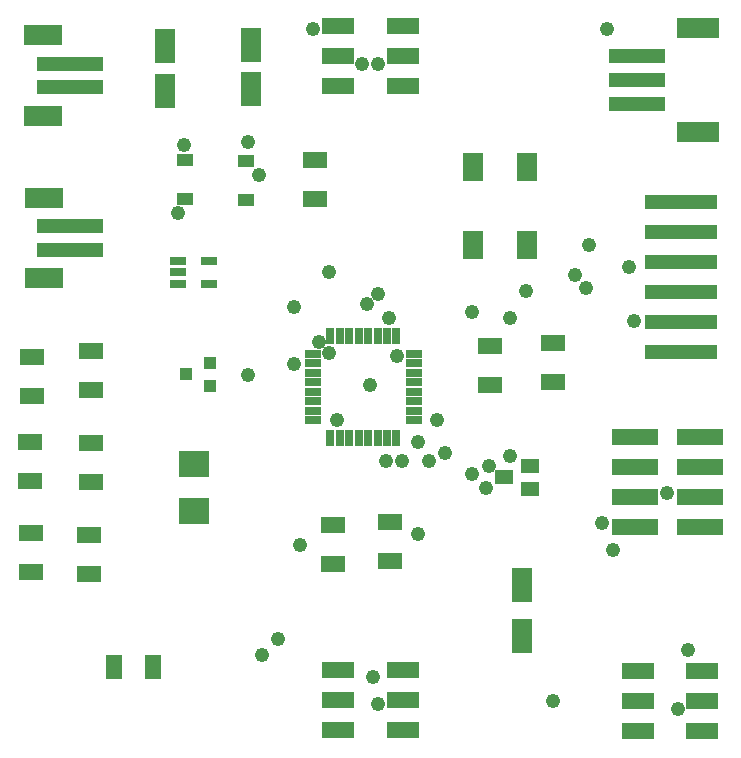
<source format=gts>
G75*
%MOIN*%
%OFA0B0*%
%FSLAX25Y25*%
%IPPOS*%
%LPD*%
%AMOC8*
5,1,8,0,0,1.08239X$1,22.5*
%
%ADD10R,0.08300X0.05800*%
%ADD11R,0.10249X0.08674*%
%ADD12R,0.10800X0.05800*%
%ADD13R,0.04300X0.03900*%
%ADD14R,0.12611X0.07099*%
%ADD15R,0.22454X0.04737*%
%ADD16R,0.06312X0.04737*%
%ADD17R,0.15800X0.05800*%
%ADD18R,0.06800X0.09800*%
%ADD19R,0.05800X0.03000*%
%ADD20R,0.03000X0.05800*%
%ADD21R,0.05524X0.02965*%
%ADD22R,0.07099X0.11800*%
%ADD23R,0.05800X0.08300*%
%ADD24R,0.05603X0.04383*%
%ADD25R,0.24422X0.04816*%
%ADD26R,0.18910X0.04737*%
%ADD27R,0.14186X0.07099*%
%ADD28C,0.04800*%
D10*
X0038323Y0069106D03*
X0038323Y0082106D03*
X0038835Y0099776D03*
X0038835Y0112776D03*
X0039031Y0130248D03*
X0039031Y0143248D03*
X0019110Y0141358D03*
X0019110Y0128358D03*
X0018638Y0112854D03*
X0018638Y0099854D03*
X0018835Y0082736D03*
X0018835Y0069736D03*
X0119661Y0072374D03*
X0119661Y0085374D03*
X0138598Y0086201D03*
X0138598Y0073201D03*
X0171906Y0132098D03*
X0171906Y0145098D03*
X0193047Y0145846D03*
X0193047Y0132846D03*
X0113598Y0194106D03*
X0113598Y0207106D03*
D11*
X0073362Y0105803D03*
X0073362Y0090055D03*
D12*
X0121315Y0036984D03*
X0121315Y0026984D03*
X0121315Y0016984D03*
X0142811Y0016984D03*
X0142811Y0026984D03*
X0142811Y0036984D03*
X0221236Y0036591D03*
X0221236Y0026591D03*
X0221236Y0016591D03*
X0242732Y0016591D03*
X0242732Y0026591D03*
X0242732Y0036591D03*
X0142811Y0231551D03*
X0142811Y0241551D03*
X0142811Y0251551D03*
X0121315Y0251551D03*
X0121315Y0241551D03*
X0121315Y0231551D03*
D13*
X0078465Y0139306D03*
X0078465Y0131706D03*
X0070465Y0135506D03*
D14*
X0023165Y0167535D03*
X0023165Y0194307D03*
X0022929Y0221787D03*
X0022929Y0248559D03*
D15*
X0031866Y0239110D03*
X0031866Y0231236D03*
X0032102Y0184858D03*
X0032102Y0176984D03*
D16*
X0176591Y0101197D03*
X0185252Y0104937D03*
X0185252Y0097457D03*
D17*
X0220291Y0094780D03*
X0220291Y0104780D03*
X0220291Y0114780D03*
X0241891Y0114780D03*
X0241891Y0104780D03*
X0241891Y0094780D03*
X0241891Y0084780D03*
X0220291Y0084780D03*
D18*
X0184409Y0178551D03*
X0166409Y0178551D03*
X0166409Y0204551D03*
X0184409Y0204551D03*
D19*
X0146640Y0142339D03*
X0146640Y0139189D03*
X0146640Y0136039D03*
X0146640Y0132890D03*
X0146640Y0129740D03*
X0146640Y0126591D03*
X0146640Y0123441D03*
X0146640Y0120291D03*
X0112840Y0120291D03*
X0112840Y0123441D03*
X0112840Y0126591D03*
X0112840Y0129740D03*
X0112840Y0132890D03*
X0112840Y0136039D03*
X0112840Y0139189D03*
X0112840Y0142339D03*
D20*
X0118717Y0148215D03*
X0121866Y0148215D03*
X0125016Y0148215D03*
X0128165Y0148215D03*
X0131315Y0148215D03*
X0134465Y0148215D03*
X0137614Y0148215D03*
X0140764Y0148215D03*
X0140764Y0114415D03*
X0137614Y0114415D03*
X0134465Y0114415D03*
X0131315Y0114415D03*
X0128165Y0114415D03*
X0125016Y0114415D03*
X0121866Y0114415D03*
X0118717Y0114415D03*
D21*
X0078165Y0165764D03*
X0078165Y0173244D03*
X0067929Y0173244D03*
X0067929Y0169504D03*
X0067929Y0165764D03*
D22*
X0063598Y0230157D03*
X0063598Y0245094D03*
X0092339Y0245488D03*
X0092339Y0230551D03*
X0182496Y0065173D03*
X0182496Y0048268D03*
D23*
X0046469Y0038008D03*
X0059469Y0038008D03*
D24*
X0070291Y0194159D03*
X0070291Y0207053D03*
X0090764Y0206659D03*
X0090764Y0193766D03*
D25*
X0235646Y0193126D03*
X0235646Y0183126D03*
X0235646Y0173126D03*
X0235646Y0163126D03*
X0235646Y0153126D03*
X0235646Y0143126D03*
D26*
X0220803Y0225764D03*
X0220803Y0233638D03*
X0220803Y0241512D03*
D27*
X0241276Y0250961D03*
X0241276Y0216315D03*
D28*
X0211094Y0250694D03*
X0204794Y0178694D03*
X0200294Y0168794D03*
X0203894Y0164294D03*
X0218294Y0171494D03*
X0220094Y0153494D03*
X0184094Y0163394D03*
X0178694Y0154394D03*
X0166094Y0156194D03*
X0140894Y0141794D03*
X0131894Y0131894D03*
X0121094Y0120194D03*
X0137294Y0106694D03*
X0142694Y0106694D03*
X0148094Y0112994D03*
X0151694Y0106694D03*
X0157094Y0109394D03*
X0166094Y0102194D03*
X0171494Y0104894D03*
X0170594Y0097694D03*
X0178694Y0108494D03*
X0154394Y0120194D03*
X0138194Y0154394D03*
X0130994Y0158894D03*
X0134594Y0162494D03*
X0118394Y0169694D03*
X0106694Y0157994D03*
X0114794Y0146294D03*
X0118394Y0142694D03*
X0106694Y0139094D03*
X0091394Y0135494D03*
X0067994Y0189494D03*
X0069794Y0211994D03*
X0091394Y0212894D03*
X0094994Y0202094D03*
X0129194Y0238994D03*
X0134594Y0238994D03*
X0112994Y0250694D03*
X0230894Y0095894D03*
X0212894Y0076994D03*
X0209294Y0085994D03*
X0238094Y0043694D03*
X0234494Y0023894D03*
X0193094Y0026594D03*
X0148094Y0082394D03*
X0108494Y0078794D03*
X0101294Y0047294D03*
X0095894Y0041894D03*
X0132794Y0034694D03*
X0134594Y0025694D03*
M02*

</source>
